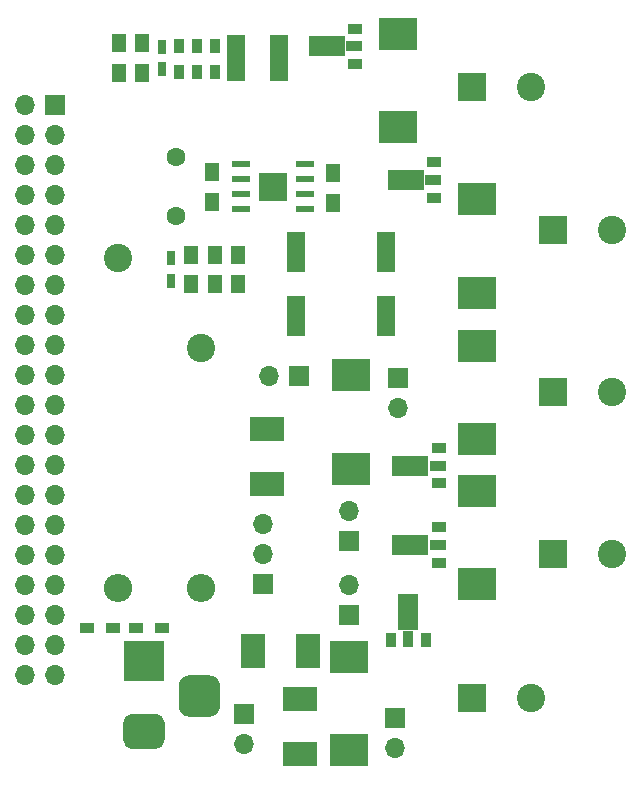
<source format=gts>
%TF.GenerationSoftware,KiCad,Pcbnew,(5.1.6-0-10_14)*%
%TF.CreationDate,2021-03-02T16:37:27+09:00*%
%TF.ProjectId,qPCR-supercap,71504352-2d73-4757-9065-726361702e6b,rev?*%
%TF.SameCoordinates,Original*%
%TF.FileFunction,Soldermask,Top*%
%TF.FilePolarity,Negative*%
%FSLAX46Y46*%
G04 Gerber Fmt 4.6, Leading zero omitted, Abs format (unit mm)*
G04 Created by KiCad (PCBNEW (5.1.6-0-10_14)) date 2021-03-02 16:37:27*
%MOMM*%
%LPD*%
G01*
G04 APERTURE LIST*
%ADD10R,1.600000X3.500000*%
%ADD11R,1.250000X1.500000*%
%ADD12R,2.400000X2.400000*%
%ADD13C,2.400000*%
%ADD14R,0.750000X1.200000*%
%ADD15C,1.600000*%
%ADD16R,3.200000X2.700000*%
%ADD17R,3.500000X3.500000*%
%ADD18R,1.700000X1.700000*%
%ADD19O,1.700000X1.700000*%
%ADD20R,1.500000X4.000000*%
%ADD21R,1.200000X0.900000*%
%ADD22O,2.400000X2.400000*%
%ADD23R,0.900000X1.200000*%
%ADD24R,1.550000X0.600000*%
%ADD25R,1.175000X1.175000*%
%ADD26R,0.900000X1.300000*%
%ADD27R,0.900000X1.475000*%
%ADD28R,1.733000X3.125000*%
%ADD29R,1.300000X0.900000*%
%ADD30R,1.475000X0.900000*%
%ADD31R,3.125000X1.733000*%
%ADD32R,3.000000X2.000000*%
%ADD33R,2.000000X3.000000*%
G04 APERTURE END LIST*
D10*
%TO.C,C1*%
X113500000Y-81400000D03*
X113500000Y-86800000D03*
%TD*%
%TO.C,C2*%
X105900000Y-81400000D03*
X105900000Y-86800000D03*
%TD*%
D11*
%TO.C,C3*%
X101000000Y-81650000D03*
X101000000Y-84150000D03*
%TD*%
%TO.C,C4*%
X99000000Y-81650000D03*
X99000000Y-84150000D03*
%TD*%
D12*
%TO.C,C6*%
X120800000Y-119200000D03*
D13*
X125800000Y-119200000D03*
%TD*%
D12*
%TO.C,C7*%
X127600000Y-106950000D03*
D13*
X132600000Y-106950000D03*
%TD*%
D12*
%TO.C,C8*%
X127600000Y-93250000D03*
D13*
X132600000Y-93250000D03*
%TD*%
D12*
%TO.C,C9*%
X127600000Y-79550000D03*
D13*
X132600000Y-79550000D03*
%TD*%
D12*
%TO.C,C10*%
X120800000Y-67400000D03*
D13*
X125800000Y-67400000D03*
%TD*%
D11*
%TO.C,C5*%
X97000000Y-81650000D03*
X97000000Y-84150000D03*
%TD*%
D14*
%TO.C,C11*%
X95300000Y-81950000D03*
X95300000Y-83850000D03*
%TD*%
D15*
%TO.C,C12*%
X95700000Y-78400000D03*
X95700000Y-73400000D03*
%TD*%
D11*
%TO.C,C13*%
X98800000Y-77150000D03*
X98800000Y-74650000D03*
%TD*%
%TO.C,C14*%
X109000000Y-74750000D03*
X109000000Y-77250000D03*
%TD*%
D14*
%TO.C,C15*%
X94500000Y-65950000D03*
X94500000Y-64050000D03*
%TD*%
D11*
%TO.C,C16*%
X92800000Y-66250000D03*
X92800000Y-63750000D03*
%TD*%
%TO.C,C17*%
X90900000Y-66250000D03*
X90900000Y-63750000D03*
%TD*%
D16*
%TO.C,F1*%
X110500000Y-91850000D03*
X110500000Y-99750000D03*
%TD*%
%TO.C,J1*%
G36*
G01*
X98575000Y-120750000D02*
X96825000Y-120750000D01*
G75*
G02*
X95950000Y-119875000I0J875000D01*
G01*
X95950000Y-118125000D01*
G75*
G02*
X96825000Y-117250000I875000J0D01*
G01*
X98575000Y-117250000D01*
G75*
G02*
X99450000Y-118125000I0J-875000D01*
G01*
X99450000Y-119875000D01*
G75*
G02*
X98575000Y-120750000I-875000J0D01*
G01*
G37*
G36*
G01*
X94000000Y-123500000D02*
X92000000Y-123500000D01*
G75*
G02*
X91250000Y-122750000I0J750000D01*
G01*
X91250000Y-121250000D01*
G75*
G02*
X92000000Y-120500000I750000J0D01*
G01*
X94000000Y-120500000D01*
G75*
G02*
X94750000Y-121250000I0J-750000D01*
G01*
X94750000Y-122750000D01*
G75*
G02*
X94000000Y-123500000I-750000J0D01*
G01*
G37*
D17*
X93000000Y-116000000D03*
%TD*%
D18*
%TO.C,J2*%
X101500000Y-120500000D03*
D19*
X101500000Y-123040000D03*
%TD*%
D18*
%TO.C,J3*%
X106100000Y-91900000D03*
D19*
X103560000Y-91900000D03*
%TD*%
D18*
%TO.C,J4*%
X110400000Y-112100000D03*
D19*
X110400000Y-109560000D03*
%TD*%
D18*
%TO.C,J7*%
X110400000Y-105900000D03*
D19*
X110400000Y-103360000D03*
%TD*%
D18*
%TO.C,J6*%
X114300000Y-120900000D03*
D19*
X114300000Y-123440000D03*
%TD*%
D18*
%TO.C,J8*%
X114500000Y-92100000D03*
D19*
X114500000Y-94640000D03*
%TD*%
D20*
%TO.C,L1*%
X104400000Y-65000000D03*
X100800000Y-65000000D03*
%TD*%
D21*
%TO.C,R1*%
X94500000Y-113200000D03*
X92300000Y-113200000D03*
%TD*%
%TO.C,R2*%
X90400000Y-113200000D03*
X88200000Y-113200000D03*
%TD*%
D13*
%TO.C,R3*%
X90800000Y-81900000D03*
D22*
X90800000Y-109840000D03*
%TD*%
D13*
%TO.C,R4*%
X97800000Y-89500000D03*
D22*
X97800000Y-109820000D03*
%TD*%
D16*
%TO.C,R5*%
X110400000Y-123600000D03*
X110400000Y-115700000D03*
%TD*%
%TO.C,R6*%
X121200000Y-109550000D03*
X121200000Y-101650000D03*
%TD*%
%TO.C,R7*%
X121200000Y-97250000D03*
X121200000Y-89350000D03*
%TD*%
%TO.C,R9*%
X114500000Y-62950000D03*
X114500000Y-70850000D03*
%TD*%
D23*
%TO.C,R10*%
X99000000Y-66200000D03*
X99000000Y-64000000D03*
%TD*%
%TO.C,R11*%
X97500000Y-64000000D03*
X97500000Y-66200000D03*
%TD*%
%TO.C,R12*%
X96000000Y-66200000D03*
X96000000Y-64000000D03*
%TD*%
D24*
%TO.C,U6*%
X101200000Y-73995000D03*
X101200000Y-75265000D03*
X101200000Y-76535000D03*
X101200000Y-77805000D03*
X106600000Y-77805000D03*
X106600000Y-76535000D03*
X106600000Y-75265000D03*
X106600000Y-73995000D03*
D25*
X104487500Y-76487500D03*
X104487500Y-75312500D03*
X103312500Y-76487500D03*
X103312500Y-75312500D03*
%TD*%
D26*
%TO.C,U1*%
X113900000Y-114250000D03*
D27*
X115400000Y-114162500D03*
D26*
X116900000Y-114250000D03*
D28*
X115400000Y-111862500D03*
%TD*%
D29*
%TO.C,U2*%
X117950000Y-107700000D03*
D30*
X117862500Y-106200000D03*
D29*
X117950000Y-104700000D03*
D31*
X115562500Y-106200000D03*
%TD*%
D29*
%TO.C,U3*%
X117950000Y-101000000D03*
D30*
X117862500Y-99500000D03*
D29*
X117950000Y-98000000D03*
D31*
X115562500Y-99500000D03*
%TD*%
D29*
%TO.C,U4*%
X117550000Y-76800000D03*
D30*
X117462500Y-75300000D03*
D29*
X117550000Y-73800000D03*
D31*
X115162500Y-75300000D03*
%TD*%
D29*
%TO.C,U5*%
X110850000Y-65500000D03*
D30*
X110762500Y-64000000D03*
D29*
X110850000Y-62500000D03*
D31*
X108462500Y-64000000D03*
%TD*%
D16*
%TO.C,R8*%
X121200000Y-84850000D03*
X121200000Y-76950000D03*
%TD*%
D19*
%TO.C,J9*%
X82960000Y-74080000D03*
X85500000Y-71540000D03*
X85500000Y-86780000D03*
X82960000Y-86780000D03*
X82960000Y-71540000D03*
X85500000Y-74080000D03*
X82960000Y-69000000D03*
D18*
X85500000Y-69000000D03*
D19*
X85500000Y-96940000D03*
X82960000Y-96940000D03*
X85500000Y-81700000D03*
X82960000Y-81700000D03*
X85500000Y-102020000D03*
X82960000Y-102020000D03*
X85500000Y-84240000D03*
X82960000Y-84240000D03*
X85500000Y-79160000D03*
X82960000Y-79160000D03*
X85500000Y-91860000D03*
X82960000Y-91860000D03*
X85500000Y-114720000D03*
X82960000Y-114720000D03*
X85500000Y-109640000D03*
X82960000Y-109640000D03*
X85500000Y-112180000D03*
X82960000Y-112180000D03*
X85500000Y-89320000D03*
X82960000Y-89320000D03*
X85500000Y-107100000D03*
X82960000Y-107100000D03*
X85500000Y-76620000D03*
X82960000Y-76620000D03*
X85500000Y-104560000D03*
X82960000Y-104560000D03*
X85500000Y-94400000D03*
X82960000Y-94400000D03*
X85500000Y-99480000D03*
X82960000Y-99480000D03*
X85500000Y-117260000D03*
X82960000Y-117260000D03*
%TD*%
D32*
%TO.C,D1*%
X106200000Y-119275000D03*
X106200000Y-123925000D03*
%TD*%
D33*
%TO.C,D2*%
X106925000Y-115200000D03*
X102275000Y-115200000D03*
%TD*%
D32*
%TO.C,D3*%
X103400000Y-101025000D03*
X103400000Y-96375000D03*
%TD*%
D18*
%TO.C,JP1*%
X103100000Y-109500000D03*
D19*
X103100000Y-106960000D03*
X103100000Y-104420000D03*
%TD*%
M02*

</source>
